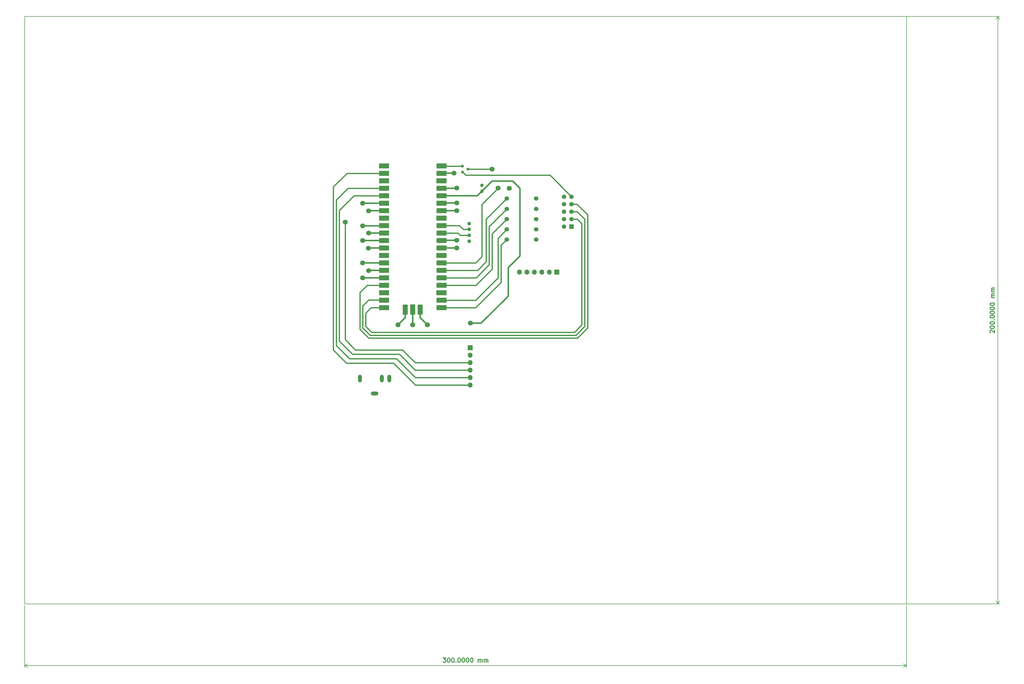
<source format=gbr>
%TF.GenerationSoftware,KiCad,Pcbnew,8.0.2*%
%TF.CreationDate,2024-05-27T09:17:52-04:00*%
%TF.ProjectId,GlassBreaker_KiCAD,476c6173-7342-4726-9561-6b65725f4b69,rev?*%
%TF.SameCoordinates,Original*%
%TF.FileFunction,Copper,L1,Top*%
%TF.FilePolarity,Positive*%
%FSLAX46Y46*%
G04 Gerber Fmt 4.6, Leading zero omitted, Abs format (unit mm)*
G04 Created by KiCad (PCBNEW 8.0.2) date 2024-05-27 09:17:52*
%MOMM*%
%LPD*%
G01*
G04 APERTURE LIST*
%TA.AperFunction,NonConductor*%
%ADD10C,0.200000*%
%TD*%
%ADD11C,0.300000*%
%TA.AperFunction,NonConductor*%
%ADD12C,0.300000*%
%TD*%
%TA.AperFunction,ComponentPad*%
%ADD13C,1.700000*%
%TD*%
%TA.AperFunction,ComponentPad*%
%ADD14R,1.700000X1.700000*%
%TD*%
%TA.AperFunction,ComponentPad*%
%ADD15O,1.700000X1.700000*%
%TD*%
%TA.AperFunction,ComponentPad*%
%ADD16C,1.524000*%
%TD*%
%TA.AperFunction,ComponentPad*%
%ADD17C,1.200000*%
%TD*%
%TA.AperFunction,ComponentPad*%
%ADD18R,1.490000X1.490000*%
%TD*%
%TA.AperFunction,ComponentPad*%
%ADD19C,1.490000*%
%TD*%
%TA.AperFunction,ComponentPad*%
%ADD20O,2.616000X1.308000*%
%TD*%
%TA.AperFunction,ComponentPad*%
%ADD21O,1.308000X2.616000*%
%TD*%
%TA.AperFunction,SMDPad,CuDef*%
%ADD22R,0.889000X0.812800*%
%TD*%
%TA.AperFunction,SMDPad,CuDef*%
%ADD23R,3.500000X1.700000*%
%TD*%
%TA.AperFunction,SMDPad,CuDef*%
%ADD24R,1.700000X3.500000*%
%TD*%
%TA.AperFunction,ComponentPad*%
%ADD25C,1.270000*%
%TD*%
%TA.AperFunction,Conductor*%
%ADD26C,0.400000*%
%TD*%
%TA.AperFunction,Conductor*%
%ADD27C,0.500000*%
%TD*%
G04 APERTURE END LIST*
D10*
X200000000Y-100000000D02*
X500000000Y-100000000D01*
X500000000Y-300000000D01*
X200000000Y-300000000D01*
X200000000Y-100000000D01*
D11*
D12*
X342285715Y-318378328D02*
X343214287Y-318378328D01*
X343214287Y-318378328D02*
X342714287Y-318949757D01*
X342714287Y-318949757D02*
X342928572Y-318949757D01*
X342928572Y-318949757D02*
X343071430Y-319021185D01*
X343071430Y-319021185D02*
X343142858Y-319092614D01*
X343142858Y-319092614D02*
X343214287Y-319235471D01*
X343214287Y-319235471D02*
X343214287Y-319592614D01*
X343214287Y-319592614D02*
X343142858Y-319735471D01*
X343142858Y-319735471D02*
X343071430Y-319806900D01*
X343071430Y-319806900D02*
X342928572Y-319878328D01*
X342928572Y-319878328D02*
X342500001Y-319878328D01*
X342500001Y-319878328D02*
X342357144Y-319806900D01*
X342357144Y-319806900D02*
X342285715Y-319735471D01*
X344142858Y-318378328D02*
X344285715Y-318378328D01*
X344285715Y-318378328D02*
X344428572Y-318449757D01*
X344428572Y-318449757D02*
X344500001Y-318521185D01*
X344500001Y-318521185D02*
X344571429Y-318664042D01*
X344571429Y-318664042D02*
X344642858Y-318949757D01*
X344642858Y-318949757D02*
X344642858Y-319306900D01*
X344642858Y-319306900D02*
X344571429Y-319592614D01*
X344571429Y-319592614D02*
X344500001Y-319735471D01*
X344500001Y-319735471D02*
X344428572Y-319806900D01*
X344428572Y-319806900D02*
X344285715Y-319878328D01*
X344285715Y-319878328D02*
X344142858Y-319878328D01*
X344142858Y-319878328D02*
X344000001Y-319806900D01*
X344000001Y-319806900D02*
X343928572Y-319735471D01*
X343928572Y-319735471D02*
X343857143Y-319592614D01*
X343857143Y-319592614D02*
X343785715Y-319306900D01*
X343785715Y-319306900D02*
X343785715Y-318949757D01*
X343785715Y-318949757D02*
X343857143Y-318664042D01*
X343857143Y-318664042D02*
X343928572Y-318521185D01*
X343928572Y-318521185D02*
X344000001Y-318449757D01*
X344000001Y-318449757D02*
X344142858Y-318378328D01*
X345571429Y-318378328D02*
X345714286Y-318378328D01*
X345714286Y-318378328D02*
X345857143Y-318449757D01*
X345857143Y-318449757D02*
X345928572Y-318521185D01*
X345928572Y-318521185D02*
X346000000Y-318664042D01*
X346000000Y-318664042D02*
X346071429Y-318949757D01*
X346071429Y-318949757D02*
X346071429Y-319306900D01*
X346071429Y-319306900D02*
X346000000Y-319592614D01*
X346000000Y-319592614D02*
X345928572Y-319735471D01*
X345928572Y-319735471D02*
X345857143Y-319806900D01*
X345857143Y-319806900D02*
X345714286Y-319878328D01*
X345714286Y-319878328D02*
X345571429Y-319878328D01*
X345571429Y-319878328D02*
X345428572Y-319806900D01*
X345428572Y-319806900D02*
X345357143Y-319735471D01*
X345357143Y-319735471D02*
X345285714Y-319592614D01*
X345285714Y-319592614D02*
X345214286Y-319306900D01*
X345214286Y-319306900D02*
X345214286Y-318949757D01*
X345214286Y-318949757D02*
X345285714Y-318664042D01*
X345285714Y-318664042D02*
X345357143Y-318521185D01*
X345357143Y-318521185D02*
X345428572Y-318449757D01*
X345428572Y-318449757D02*
X345571429Y-318378328D01*
X346714285Y-319735471D02*
X346785714Y-319806900D01*
X346785714Y-319806900D02*
X346714285Y-319878328D01*
X346714285Y-319878328D02*
X346642857Y-319806900D01*
X346642857Y-319806900D02*
X346714285Y-319735471D01*
X346714285Y-319735471D02*
X346714285Y-319878328D01*
X347714286Y-318378328D02*
X347857143Y-318378328D01*
X347857143Y-318378328D02*
X348000000Y-318449757D01*
X348000000Y-318449757D02*
X348071429Y-318521185D01*
X348071429Y-318521185D02*
X348142857Y-318664042D01*
X348142857Y-318664042D02*
X348214286Y-318949757D01*
X348214286Y-318949757D02*
X348214286Y-319306900D01*
X348214286Y-319306900D02*
X348142857Y-319592614D01*
X348142857Y-319592614D02*
X348071429Y-319735471D01*
X348071429Y-319735471D02*
X348000000Y-319806900D01*
X348000000Y-319806900D02*
X347857143Y-319878328D01*
X347857143Y-319878328D02*
X347714286Y-319878328D01*
X347714286Y-319878328D02*
X347571429Y-319806900D01*
X347571429Y-319806900D02*
X347500000Y-319735471D01*
X347500000Y-319735471D02*
X347428571Y-319592614D01*
X347428571Y-319592614D02*
X347357143Y-319306900D01*
X347357143Y-319306900D02*
X347357143Y-318949757D01*
X347357143Y-318949757D02*
X347428571Y-318664042D01*
X347428571Y-318664042D02*
X347500000Y-318521185D01*
X347500000Y-318521185D02*
X347571429Y-318449757D01*
X347571429Y-318449757D02*
X347714286Y-318378328D01*
X349142857Y-318378328D02*
X349285714Y-318378328D01*
X349285714Y-318378328D02*
X349428571Y-318449757D01*
X349428571Y-318449757D02*
X349500000Y-318521185D01*
X349500000Y-318521185D02*
X349571428Y-318664042D01*
X349571428Y-318664042D02*
X349642857Y-318949757D01*
X349642857Y-318949757D02*
X349642857Y-319306900D01*
X349642857Y-319306900D02*
X349571428Y-319592614D01*
X349571428Y-319592614D02*
X349500000Y-319735471D01*
X349500000Y-319735471D02*
X349428571Y-319806900D01*
X349428571Y-319806900D02*
X349285714Y-319878328D01*
X349285714Y-319878328D02*
X349142857Y-319878328D01*
X349142857Y-319878328D02*
X349000000Y-319806900D01*
X349000000Y-319806900D02*
X348928571Y-319735471D01*
X348928571Y-319735471D02*
X348857142Y-319592614D01*
X348857142Y-319592614D02*
X348785714Y-319306900D01*
X348785714Y-319306900D02*
X348785714Y-318949757D01*
X348785714Y-318949757D02*
X348857142Y-318664042D01*
X348857142Y-318664042D02*
X348928571Y-318521185D01*
X348928571Y-318521185D02*
X349000000Y-318449757D01*
X349000000Y-318449757D02*
X349142857Y-318378328D01*
X350571428Y-318378328D02*
X350714285Y-318378328D01*
X350714285Y-318378328D02*
X350857142Y-318449757D01*
X350857142Y-318449757D02*
X350928571Y-318521185D01*
X350928571Y-318521185D02*
X350999999Y-318664042D01*
X350999999Y-318664042D02*
X351071428Y-318949757D01*
X351071428Y-318949757D02*
X351071428Y-319306900D01*
X351071428Y-319306900D02*
X350999999Y-319592614D01*
X350999999Y-319592614D02*
X350928571Y-319735471D01*
X350928571Y-319735471D02*
X350857142Y-319806900D01*
X350857142Y-319806900D02*
X350714285Y-319878328D01*
X350714285Y-319878328D02*
X350571428Y-319878328D01*
X350571428Y-319878328D02*
X350428571Y-319806900D01*
X350428571Y-319806900D02*
X350357142Y-319735471D01*
X350357142Y-319735471D02*
X350285713Y-319592614D01*
X350285713Y-319592614D02*
X350214285Y-319306900D01*
X350214285Y-319306900D02*
X350214285Y-318949757D01*
X350214285Y-318949757D02*
X350285713Y-318664042D01*
X350285713Y-318664042D02*
X350357142Y-318521185D01*
X350357142Y-318521185D02*
X350428571Y-318449757D01*
X350428571Y-318449757D02*
X350571428Y-318378328D01*
X351999999Y-318378328D02*
X352142856Y-318378328D01*
X352142856Y-318378328D02*
X352285713Y-318449757D01*
X352285713Y-318449757D02*
X352357142Y-318521185D01*
X352357142Y-318521185D02*
X352428570Y-318664042D01*
X352428570Y-318664042D02*
X352499999Y-318949757D01*
X352499999Y-318949757D02*
X352499999Y-319306900D01*
X352499999Y-319306900D02*
X352428570Y-319592614D01*
X352428570Y-319592614D02*
X352357142Y-319735471D01*
X352357142Y-319735471D02*
X352285713Y-319806900D01*
X352285713Y-319806900D02*
X352142856Y-319878328D01*
X352142856Y-319878328D02*
X351999999Y-319878328D01*
X351999999Y-319878328D02*
X351857142Y-319806900D01*
X351857142Y-319806900D02*
X351785713Y-319735471D01*
X351785713Y-319735471D02*
X351714284Y-319592614D01*
X351714284Y-319592614D02*
X351642856Y-319306900D01*
X351642856Y-319306900D02*
X351642856Y-318949757D01*
X351642856Y-318949757D02*
X351714284Y-318664042D01*
X351714284Y-318664042D02*
X351785713Y-318521185D01*
X351785713Y-318521185D02*
X351857142Y-318449757D01*
X351857142Y-318449757D02*
X351999999Y-318378328D01*
X354285712Y-319878328D02*
X354285712Y-318878328D01*
X354285712Y-319021185D02*
X354357141Y-318949757D01*
X354357141Y-318949757D02*
X354499998Y-318878328D01*
X354499998Y-318878328D02*
X354714284Y-318878328D01*
X354714284Y-318878328D02*
X354857141Y-318949757D01*
X354857141Y-318949757D02*
X354928570Y-319092614D01*
X354928570Y-319092614D02*
X354928570Y-319878328D01*
X354928570Y-319092614D02*
X354999998Y-318949757D01*
X354999998Y-318949757D02*
X355142855Y-318878328D01*
X355142855Y-318878328D02*
X355357141Y-318878328D01*
X355357141Y-318878328D02*
X355499998Y-318949757D01*
X355499998Y-318949757D02*
X355571427Y-319092614D01*
X355571427Y-319092614D02*
X355571427Y-319878328D01*
X356285712Y-319878328D02*
X356285712Y-318878328D01*
X356285712Y-319021185D02*
X356357141Y-318949757D01*
X356357141Y-318949757D02*
X356499998Y-318878328D01*
X356499998Y-318878328D02*
X356714284Y-318878328D01*
X356714284Y-318878328D02*
X356857141Y-318949757D01*
X356857141Y-318949757D02*
X356928570Y-319092614D01*
X356928570Y-319092614D02*
X356928570Y-319878328D01*
X356928570Y-319092614D02*
X356999998Y-318949757D01*
X356999998Y-318949757D02*
X357142855Y-318878328D01*
X357142855Y-318878328D02*
X357357141Y-318878328D01*
X357357141Y-318878328D02*
X357499998Y-318949757D01*
X357499998Y-318949757D02*
X357571427Y-319092614D01*
X357571427Y-319092614D02*
X357571427Y-319878328D01*
D10*
X500000000Y-300500000D02*
X500000000Y-321586420D01*
X200000000Y-300500000D02*
X200000000Y-321586420D01*
X500000000Y-321000000D02*
X200000000Y-321000000D01*
X500000000Y-321000000D02*
X200000000Y-321000000D01*
X500000000Y-321000000D02*
X498873496Y-321586421D01*
X500000000Y-321000000D02*
X498873496Y-320413579D01*
X200000000Y-321000000D02*
X201126504Y-320413579D01*
X200000000Y-321000000D02*
X201126504Y-321586421D01*
D11*
D12*
X528521185Y-207642855D02*
X528449757Y-207571427D01*
X528449757Y-207571427D02*
X528378328Y-207428570D01*
X528378328Y-207428570D02*
X528378328Y-207071427D01*
X528378328Y-207071427D02*
X528449757Y-206928570D01*
X528449757Y-206928570D02*
X528521185Y-206857141D01*
X528521185Y-206857141D02*
X528664042Y-206785712D01*
X528664042Y-206785712D02*
X528806900Y-206785712D01*
X528806900Y-206785712D02*
X529021185Y-206857141D01*
X529021185Y-206857141D02*
X529878328Y-207714284D01*
X529878328Y-207714284D02*
X529878328Y-206785712D01*
X528378328Y-205857141D02*
X528378328Y-205714284D01*
X528378328Y-205714284D02*
X528449757Y-205571427D01*
X528449757Y-205571427D02*
X528521185Y-205499999D01*
X528521185Y-205499999D02*
X528664042Y-205428570D01*
X528664042Y-205428570D02*
X528949757Y-205357141D01*
X528949757Y-205357141D02*
X529306900Y-205357141D01*
X529306900Y-205357141D02*
X529592614Y-205428570D01*
X529592614Y-205428570D02*
X529735471Y-205499999D01*
X529735471Y-205499999D02*
X529806900Y-205571427D01*
X529806900Y-205571427D02*
X529878328Y-205714284D01*
X529878328Y-205714284D02*
X529878328Y-205857141D01*
X529878328Y-205857141D02*
X529806900Y-205999999D01*
X529806900Y-205999999D02*
X529735471Y-206071427D01*
X529735471Y-206071427D02*
X529592614Y-206142856D01*
X529592614Y-206142856D02*
X529306900Y-206214284D01*
X529306900Y-206214284D02*
X528949757Y-206214284D01*
X528949757Y-206214284D02*
X528664042Y-206142856D01*
X528664042Y-206142856D02*
X528521185Y-206071427D01*
X528521185Y-206071427D02*
X528449757Y-205999999D01*
X528449757Y-205999999D02*
X528378328Y-205857141D01*
X528378328Y-204428570D02*
X528378328Y-204285713D01*
X528378328Y-204285713D02*
X528449757Y-204142856D01*
X528449757Y-204142856D02*
X528521185Y-204071428D01*
X528521185Y-204071428D02*
X528664042Y-203999999D01*
X528664042Y-203999999D02*
X528949757Y-203928570D01*
X528949757Y-203928570D02*
X529306900Y-203928570D01*
X529306900Y-203928570D02*
X529592614Y-203999999D01*
X529592614Y-203999999D02*
X529735471Y-204071428D01*
X529735471Y-204071428D02*
X529806900Y-204142856D01*
X529806900Y-204142856D02*
X529878328Y-204285713D01*
X529878328Y-204285713D02*
X529878328Y-204428570D01*
X529878328Y-204428570D02*
X529806900Y-204571428D01*
X529806900Y-204571428D02*
X529735471Y-204642856D01*
X529735471Y-204642856D02*
X529592614Y-204714285D01*
X529592614Y-204714285D02*
X529306900Y-204785713D01*
X529306900Y-204785713D02*
X528949757Y-204785713D01*
X528949757Y-204785713D02*
X528664042Y-204714285D01*
X528664042Y-204714285D02*
X528521185Y-204642856D01*
X528521185Y-204642856D02*
X528449757Y-204571428D01*
X528449757Y-204571428D02*
X528378328Y-204428570D01*
X529735471Y-203285714D02*
X529806900Y-203214285D01*
X529806900Y-203214285D02*
X529878328Y-203285714D01*
X529878328Y-203285714D02*
X529806900Y-203357142D01*
X529806900Y-203357142D02*
X529735471Y-203285714D01*
X529735471Y-203285714D02*
X529878328Y-203285714D01*
X528378328Y-202285713D02*
X528378328Y-202142856D01*
X528378328Y-202142856D02*
X528449757Y-201999999D01*
X528449757Y-201999999D02*
X528521185Y-201928571D01*
X528521185Y-201928571D02*
X528664042Y-201857142D01*
X528664042Y-201857142D02*
X528949757Y-201785713D01*
X528949757Y-201785713D02*
X529306900Y-201785713D01*
X529306900Y-201785713D02*
X529592614Y-201857142D01*
X529592614Y-201857142D02*
X529735471Y-201928571D01*
X529735471Y-201928571D02*
X529806900Y-201999999D01*
X529806900Y-201999999D02*
X529878328Y-202142856D01*
X529878328Y-202142856D02*
X529878328Y-202285713D01*
X529878328Y-202285713D02*
X529806900Y-202428571D01*
X529806900Y-202428571D02*
X529735471Y-202499999D01*
X529735471Y-202499999D02*
X529592614Y-202571428D01*
X529592614Y-202571428D02*
X529306900Y-202642856D01*
X529306900Y-202642856D02*
X528949757Y-202642856D01*
X528949757Y-202642856D02*
X528664042Y-202571428D01*
X528664042Y-202571428D02*
X528521185Y-202499999D01*
X528521185Y-202499999D02*
X528449757Y-202428571D01*
X528449757Y-202428571D02*
X528378328Y-202285713D01*
X528378328Y-200857142D02*
X528378328Y-200714285D01*
X528378328Y-200714285D02*
X528449757Y-200571428D01*
X528449757Y-200571428D02*
X528521185Y-200500000D01*
X528521185Y-200500000D02*
X528664042Y-200428571D01*
X528664042Y-200428571D02*
X528949757Y-200357142D01*
X528949757Y-200357142D02*
X529306900Y-200357142D01*
X529306900Y-200357142D02*
X529592614Y-200428571D01*
X529592614Y-200428571D02*
X529735471Y-200500000D01*
X529735471Y-200500000D02*
X529806900Y-200571428D01*
X529806900Y-200571428D02*
X529878328Y-200714285D01*
X529878328Y-200714285D02*
X529878328Y-200857142D01*
X529878328Y-200857142D02*
X529806900Y-201000000D01*
X529806900Y-201000000D02*
X529735471Y-201071428D01*
X529735471Y-201071428D02*
X529592614Y-201142857D01*
X529592614Y-201142857D02*
X529306900Y-201214285D01*
X529306900Y-201214285D02*
X528949757Y-201214285D01*
X528949757Y-201214285D02*
X528664042Y-201142857D01*
X528664042Y-201142857D02*
X528521185Y-201071428D01*
X528521185Y-201071428D02*
X528449757Y-201000000D01*
X528449757Y-201000000D02*
X528378328Y-200857142D01*
X528378328Y-199428571D02*
X528378328Y-199285714D01*
X528378328Y-199285714D02*
X528449757Y-199142857D01*
X528449757Y-199142857D02*
X528521185Y-199071429D01*
X528521185Y-199071429D02*
X528664042Y-199000000D01*
X528664042Y-199000000D02*
X528949757Y-198928571D01*
X528949757Y-198928571D02*
X529306900Y-198928571D01*
X529306900Y-198928571D02*
X529592614Y-199000000D01*
X529592614Y-199000000D02*
X529735471Y-199071429D01*
X529735471Y-199071429D02*
X529806900Y-199142857D01*
X529806900Y-199142857D02*
X529878328Y-199285714D01*
X529878328Y-199285714D02*
X529878328Y-199428571D01*
X529878328Y-199428571D02*
X529806900Y-199571429D01*
X529806900Y-199571429D02*
X529735471Y-199642857D01*
X529735471Y-199642857D02*
X529592614Y-199714286D01*
X529592614Y-199714286D02*
X529306900Y-199785714D01*
X529306900Y-199785714D02*
X528949757Y-199785714D01*
X528949757Y-199785714D02*
X528664042Y-199714286D01*
X528664042Y-199714286D02*
X528521185Y-199642857D01*
X528521185Y-199642857D02*
X528449757Y-199571429D01*
X528449757Y-199571429D02*
X528378328Y-199428571D01*
X528378328Y-198000000D02*
X528378328Y-197857143D01*
X528378328Y-197857143D02*
X528449757Y-197714286D01*
X528449757Y-197714286D02*
X528521185Y-197642858D01*
X528521185Y-197642858D02*
X528664042Y-197571429D01*
X528664042Y-197571429D02*
X528949757Y-197500000D01*
X528949757Y-197500000D02*
X529306900Y-197500000D01*
X529306900Y-197500000D02*
X529592614Y-197571429D01*
X529592614Y-197571429D02*
X529735471Y-197642858D01*
X529735471Y-197642858D02*
X529806900Y-197714286D01*
X529806900Y-197714286D02*
X529878328Y-197857143D01*
X529878328Y-197857143D02*
X529878328Y-198000000D01*
X529878328Y-198000000D02*
X529806900Y-198142858D01*
X529806900Y-198142858D02*
X529735471Y-198214286D01*
X529735471Y-198214286D02*
X529592614Y-198285715D01*
X529592614Y-198285715D02*
X529306900Y-198357143D01*
X529306900Y-198357143D02*
X528949757Y-198357143D01*
X528949757Y-198357143D02*
X528664042Y-198285715D01*
X528664042Y-198285715D02*
X528521185Y-198214286D01*
X528521185Y-198214286D02*
X528449757Y-198142858D01*
X528449757Y-198142858D02*
X528378328Y-198000000D01*
X529878328Y-195714287D02*
X528878328Y-195714287D01*
X529021185Y-195714287D02*
X528949757Y-195642858D01*
X528949757Y-195642858D02*
X528878328Y-195500001D01*
X528878328Y-195500001D02*
X528878328Y-195285715D01*
X528878328Y-195285715D02*
X528949757Y-195142858D01*
X528949757Y-195142858D02*
X529092614Y-195071430D01*
X529092614Y-195071430D02*
X529878328Y-195071430D01*
X529092614Y-195071430D02*
X528949757Y-195000001D01*
X528949757Y-195000001D02*
X528878328Y-194857144D01*
X528878328Y-194857144D02*
X528878328Y-194642858D01*
X528878328Y-194642858D02*
X528949757Y-194500001D01*
X528949757Y-194500001D02*
X529092614Y-194428572D01*
X529092614Y-194428572D02*
X529878328Y-194428572D01*
X529878328Y-193714287D02*
X528878328Y-193714287D01*
X529021185Y-193714287D02*
X528949757Y-193642858D01*
X528949757Y-193642858D02*
X528878328Y-193500001D01*
X528878328Y-193500001D02*
X528878328Y-193285715D01*
X528878328Y-193285715D02*
X528949757Y-193142858D01*
X528949757Y-193142858D02*
X529092614Y-193071430D01*
X529092614Y-193071430D02*
X529878328Y-193071430D01*
X529092614Y-193071430D02*
X528949757Y-193000001D01*
X528949757Y-193000001D02*
X528878328Y-192857144D01*
X528878328Y-192857144D02*
X528878328Y-192642858D01*
X528878328Y-192642858D02*
X528949757Y-192500001D01*
X528949757Y-192500001D02*
X529092614Y-192428572D01*
X529092614Y-192428572D02*
X529878328Y-192428572D01*
D10*
X499500000Y-100000000D02*
X531586420Y-100000000D01*
X499500000Y-300000000D02*
X531586420Y-300000000D01*
X531000000Y-100000000D02*
X531000000Y-300000000D01*
X531000000Y-100000000D02*
X531000000Y-300000000D01*
X531000000Y-100000000D02*
X531586421Y-101126504D01*
X531000000Y-100000000D02*
X530413579Y-101126504D01*
X531000000Y-300000000D02*
X530413579Y-298873496D01*
X531000000Y-300000000D02*
X531586421Y-298873496D01*
D13*
%TO.P,,1*%
%TO.N,VCC*%
X364800000Y-158500000D03*
%TD*%
%TO.P,,1*%
%TO.N,VCC*%
X361000000Y-158400000D03*
%TD*%
%TO.P,,1*%
%TO.N,N/C*%
X315000000Y-163600000D03*
%TD*%
D14*
%TO.P,REF\u002A\u002A,1*%
%TO.N,GND*%
X351500000Y-212750000D03*
D15*
%TO.P,REF\u002A\u002A,2*%
%TO.N,VCC*%
X351500000Y-215290000D03*
%TO.P,REF\u002A\u002A,3*%
%TO.N,N/C*%
X351500000Y-217830000D03*
%TO.P,REF\u002A\u002A,4*%
X351500000Y-220370000D03*
%TO.P,REF\u002A\u002A,5*%
X351500000Y-222910000D03*
%TO.P,REF\u002A\u002A,6*%
X351500000Y-225450000D03*
%TD*%
D16*
%TO.P,REF\u002A\u002A,1*%
%TO.N,N/C*%
X374000000Y-162000000D03*
%TO.P,REF\u002A\u002A,2*%
X364000000Y-162000000D03*
%TD*%
D13*
%TO.P,,1*%
%TO.N,N/C*%
X315000000Y-183900000D03*
%TD*%
%TO.P,,1*%
%TO.N,N/C*%
X316900000Y-178900000D03*
%TD*%
%TO.P,REF\u002A\u002A,1*%
%TO.N,N/C*%
X347000000Y-178800000D03*
%TD*%
%TO.P,,1*%
%TO.N,N/C*%
X315000000Y-171300000D03*
%TD*%
%TO.P,,1*%
%TO.N,N/C*%
X337000000Y-205000000D03*
%TD*%
%TO.P,,1*%
%TO.N,N/C*%
X309000000Y-170000000D03*
%TD*%
%TO.P,,1*%
%TO.N,N/C*%
X315000000Y-189000000D03*
%TD*%
%TO.P,,1*%
%TO.N,N/C*%
X347000000Y-166100000D03*
%TD*%
%TO.P,,1*%
%TO.N,N/C*%
X317000000Y-166200000D03*
%TD*%
D14*
%TO.P,REF\u002A\u002A,1*%
%TO.N,GND*%
X381000000Y-187000000D03*
D15*
%TO.P,REF\u002A\u002A,2*%
%TO.N,VCC*%
X378460000Y-187000000D03*
%TO.P,REF\u002A\u002A,3*%
%TO.N,N/C*%
X375920000Y-187000000D03*
%TO.P,REF\u002A\u002A,4*%
X373380000Y-187000000D03*
%TO.P,REF\u002A\u002A,5*%
X370840000Y-187000000D03*
%TO.P,REF\u002A\u002A,6*%
X368300000Y-187000000D03*
%TD*%
D13*
%TO.P,,1*%
%TO.N,N/C*%
X327000000Y-205000000D03*
%TD*%
D17*
%TO.P,REF\u002A\u002A,1*%
%TO.N,VCC*%
X355500000Y-159500000D03*
%TO.P,REF\u002A\u002A,2*%
%TO.N,GND*%
X355500000Y-157500000D03*
%TD*%
D13*
%TO.P,,1*%
%TO.N,N/C*%
X359000000Y-152000000D03*
%TD*%
%TO.P,,1*%
%TO.N,N/C*%
X332000000Y-205000000D03*
%TD*%
%TO.P,,1*%
%TO.N,VCC*%
X351600000Y-204400000D03*
%TD*%
D16*
%TO.P,REF\u002A\u002A,1*%
%TO.N,N/C*%
X374000000Y-172500000D03*
%TO.P,REF\u002A\u002A,2*%
X364000000Y-172500000D03*
%TD*%
D13*
%TO.P,,1*%
%TO.N,N/C*%
X317000000Y-173700000D03*
%TD*%
D18*
%TO.P,REF\u002A\u002A,1*%
%TO.N,GND*%
X386040000Y-171500000D03*
D19*
%TO.P,REF\u002A\u002A,2*%
%TO.N,N/C*%
X383500000Y-171500000D03*
%TO.P,REF\u002A\u002A,3*%
X386040000Y-168960000D03*
%TO.P,REF\u002A\u002A,4*%
X383500000Y-168960000D03*
%TO.P,REF\u002A\u002A,5*%
X386040000Y-166420000D03*
%TO.P,REF\u002A\u002A,6*%
X383500000Y-166420000D03*
%TO.P,REF\u002A\u002A,7*%
X386040000Y-163880000D03*
%TO.P,REF\u002A\u002A,8*%
X383500000Y-163880000D03*
%TO.P,REF\u002A\u002A,9*%
X386040000Y-161340000D03*
%TO.P,REF\u002A\u002A,10*%
X383500000Y-161340000D03*
%TD*%
D13*
%TO.P,,1*%
%TO.N,N/C*%
X346000000Y-153300000D03*
%TD*%
%TO.P,,1*%
%TO.N,N/C*%
X315000000Y-176300000D03*
%TD*%
%TO.P,,1*%
%TO.N,N/C*%
X347000000Y-176200000D03*
%TD*%
D20*
%TO.P,REF\u002A\u002A,1*%
%TO.N,GND*%
X319000000Y-228300000D03*
D21*
%TO.P,REF\u002A\u002A,2*%
%TO.N,VCC*%
X324000000Y-223300000D03*
%TO.P,REF\u002A\u002A,3*%
X314000000Y-223300000D03*
%TO.P,REF\u002A\u002A,4*%
%TO.N,N/C*%
X321500000Y-223300000D03*
%TD*%
D13*
%TO.P,,1*%
%TO.N,N/C*%
X347000000Y-158400000D03*
%TD*%
D16*
%TO.P,REF\u002A\u002A,1*%
%TO.N,N/C*%
X374000000Y-165500000D03*
%TO.P,REF\u002A\u002A,2*%
X364000000Y-165500000D03*
%TD*%
%TO.P,REF\u002A\u002A,1*%
%TO.N,N/C*%
X374000000Y-169000000D03*
%TO.P,REF\u002A\u002A,2*%
X364000000Y-169000000D03*
%TD*%
D22*
%TO.P,REF\u002A\u002A,1*%
%TO.N,N/C*%
X348885001Y-150975001D03*
%TO.P,REF\u002A\u002A,2*%
X348885001Y-153024999D03*
%TO.P,REF\u002A\u002A,3*%
X350775000Y-152000000D03*
%TD*%
D16*
%TO.P,REF\u002A\u002A,1*%
%TO.N,N/C*%
X374000000Y-175900000D03*
%TO.P,REF\u002A\u002A,2*%
X364000000Y-175900000D03*
%TD*%
D13*
%TO.P,,1*%
%TO.N,N/C*%
X347000000Y-163500000D03*
%TD*%
%TO.P,,1*%
%TO.N,N/C*%
X317000000Y-186500000D03*
%TD*%
D15*
%TO.P,REF\u002A\u002A,1*%
%TO.N,N/C*%
X323110000Y-150870000D03*
D23*
X322210000Y-150870000D03*
D15*
%TO.P,REF\u002A\u002A,2*%
X323110000Y-153410000D03*
D23*
X322210000Y-153410000D03*
D14*
%TO.P,REF\u002A\u002A,3*%
%TO.N,GND*%
X323110000Y-155950000D03*
D23*
X322210000Y-155950000D03*
D15*
%TO.P,REF\u002A\u002A,4*%
%TO.N,N/C*%
X323110000Y-158490000D03*
D23*
X322210000Y-158490000D03*
D15*
%TO.P,REF\u002A\u002A,5*%
X323110000Y-161030000D03*
D23*
X322210000Y-161030000D03*
D15*
%TO.P,REF\u002A\u002A,6*%
X323110000Y-163570000D03*
D23*
X322210000Y-163570000D03*
D15*
%TO.P,REF\u002A\u002A,7*%
X323110000Y-166110000D03*
D23*
X322210000Y-166110000D03*
D14*
%TO.P,REF\u002A\u002A,8*%
%TO.N,GND*%
X323110000Y-168650000D03*
D23*
%TO.N,N/C*%
X322210000Y-168650000D03*
D15*
%TO.P,REF\u002A\u002A,9*%
X323110000Y-171190000D03*
D23*
X322210000Y-171190000D03*
D15*
%TO.P,REF\u002A\u002A,10*%
X323110000Y-173730000D03*
D23*
X322210000Y-173730000D03*
D15*
%TO.P,REF\u002A\u002A,11*%
X323110000Y-176270000D03*
D23*
X322210000Y-176270000D03*
D15*
%TO.P,REF\u002A\u002A,12*%
X323110000Y-178810000D03*
D23*
X322210000Y-178810000D03*
D14*
%TO.P,REF\u002A\u002A,13*%
%TO.N,GND*%
X323110000Y-181350000D03*
D23*
%TO.N,N/C*%
X322210000Y-181350000D03*
D15*
%TO.P,REF\u002A\u002A,14*%
X323110000Y-183890000D03*
D23*
X322210000Y-183890000D03*
D15*
%TO.P,REF\u002A\u002A,15*%
X323110000Y-186430000D03*
D23*
X322210000Y-186430000D03*
D15*
%TO.P,REF\u002A\u002A,16*%
X323110000Y-188970000D03*
D23*
X322210000Y-188970000D03*
D15*
%TO.P,REF\u002A\u002A,17*%
X323110000Y-191510000D03*
D23*
X322210000Y-191510000D03*
D14*
%TO.P,REF\u002A\u002A,18*%
%TO.N,GND*%
X323110000Y-194050000D03*
D23*
%TO.N,N/C*%
X322210000Y-194050000D03*
D15*
%TO.P,REF\u002A\u002A,19*%
X323110000Y-196590000D03*
D23*
X322210000Y-196590000D03*
D15*
%TO.P,REF\u002A\u002A,20*%
X323110000Y-199130000D03*
D23*
X322210000Y-199130000D03*
D15*
%TO.P,REF\u002A\u002A,21*%
X340890000Y-199130000D03*
D23*
X341790000Y-199130000D03*
D15*
%TO.P,REF\u002A\u002A,22*%
X340890000Y-196590000D03*
D23*
X341790000Y-196590000D03*
D14*
%TO.P,REF\u002A\u002A,23*%
%TO.N,GND*%
X340890000Y-194050000D03*
D23*
X341790000Y-194050000D03*
D15*
%TO.P,REF\u002A\u002A,24*%
%TO.N,N/C*%
X340890000Y-191510000D03*
D23*
X341790000Y-191510000D03*
D15*
%TO.P,REF\u002A\u002A,25*%
X340890000Y-188970000D03*
D23*
X341790000Y-188970000D03*
D15*
%TO.P,REF\u002A\u002A,26*%
X340890000Y-186430000D03*
D23*
X341790000Y-186430000D03*
D15*
%TO.P,REF\u002A\u002A,27*%
X340890000Y-183890000D03*
D23*
X341790000Y-183890000D03*
D14*
%TO.P,REF\u002A\u002A,28*%
%TO.N,GND*%
X340890000Y-181350000D03*
D23*
X341790000Y-181350000D03*
D15*
%TO.P,REF\u002A\u002A,29*%
%TO.N,N/C*%
X340890000Y-178810000D03*
D23*
X341790000Y-178810000D03*
D15*
%TO.P,REF\u002A\u002A,30*%
X340890000Y-176270000D03*
D23*
X341790000Y-176270000D03*
D15*
%TO.P,REF\u002A\u002A,31*%
X340890000Y-173730000D03*
D23*
X341790000Y-173730000D03*
D15*
%TO.P,REF\u002A\u002A,32*%
X340890000Y-171190000D03*
D23*
X341790000Y-171190000D03*
D14*
%TO.P,REF\u002A\u002A,33*%
%TO.N,GND*%
X340890000Y-168650000D03*
D23*
X341790000Y-168650000D03*
D15*
%TO.P,REF\u002A\u002A,34*%
%TO.N,N/C*%
X340890000Y-166110000D03*
D23*
X341790000Y-166110000D03*
D15*
%TO.P,REF\u002A\u002A,35*%
X340890000Y-163570000D03*
D23*
X341790000Y-163570000D03*
D15*
%TO.P,REF\u002A\u002A,36*%
%TO.N,VCC*%
X340890000Y-161030000D03*
D23*
X341790000Y-161030000D03*
D15*
%TO.P,REF\u002A\u002A,37*%
%TO.N,N/C*%
X340890000Y-158490000D03*
D23*
X341790000Y-158490000D03*
D14*
%TO.P,REF\u002A\u002A,38*%
%TO.N,GND*%
X340890000Y-155950000D03*
D23*
X341790000Y-155950000D03*
D15*
%TO.P,REF\u002A\u002A,39*%
%TO.N,N/C*%
X340890000Y-153410000D03*
D23*
X341790000Y-153410000D03*
D15*
%TO.P,REF\u002A\u002A,40*%
X340890000Y-150870000D03*
D23*
X341790000Y-150870000D03*
D15*
%TO.P,REF\u002A\u002A,41*%
X329460000Y-198900000D03*
D24*
X329460000Y-199800000D03*
D14*
%TO.P,REF\u002A\u002A,42*%
X332000000Y-198900000D03*
D24*
X332000000Y-199800000D03*
D15*
%TO.P,REF\u002A\u002A,43*%
X334540000Y-198900000D03*
D24*
X334540000Y-199800000D03*
%TD*%
D25*
%TO.P,REF\u002A\u002A,1*%
%TO.N,GND*%
X351200000Y-170500000D03*
%TO.P,REF\u002A\u002A,2*%
%TO.N,N/C*%
X351200000Y-172499999D03*
%TO.P,REF\u002A\u002A,3*%
X351200000Y-174500000D03*
%TO.P,REF\u002A\u002A,4*%
%TO.N,GND*%
X351200000Y-176499998D03*
%TD*%
D26*
%TO.N,*%
X340890000Y-199130000D02*
X353370000Y-199130000D01*
X314000000Y-206500000D02*
X314000000Y-194000000D01*
D27*
X319500000Y-163600000D02*
X323080000Y-163600000D01*
D26*
X358000000Y-184500000D02*
X358000000Y-171500000D01*
X347430000Y-173730000D02*
X340890000Y-173730000D01*
D27*
X323110000Y-176270000D02*
X323080000Y-176300000D01*
D26*
X310010000Y-158490000D02*
X323110000Y-158490000D01*
X317870000Y-199130000D02*
X323110000Y-199130000D01*
D27*
X332000000Y-198900000D02*
X332000000Y-205000000D01*
D26*
X311970000Y-161030000D02*
X323110000Y-161030000D01*
D27*
X346950000Y-158450000D02*
X347000000Y-158400000D01*
D26*
X387960000Y-168960000D02*
X389500000Y-170500000D01*
D27*
X323090000Y-188950000D02*
X323110000Y-188970000D01*
D26*
X357000000Y-169000000D02*
X364000000Y-162000000D01*
D27*
X345950000Y-153350000D02*
X346000000Y-153300000D01*
D26*
X327500000Y-215000000D02*
X311500000Y-215000000D01*
%TO.N,VCC*%
X355500000Y-181780000D02*
X353390000Y-183890000D01*
%TO.N,*%
X314000000Y-194000000D02*
X316490000Y-191510000D01*
X340890000Y-196590000D02*
X353410000Y-196590000D01*
X357000000Y-183500000D02*
X357000000Y-169000000D01*
X387000000Y-207500000D02*
X318000000Y-207500000D01*
D27*
X316950000Y-178850000D02*
X316900000Y-178900000D01*
D26*
X362000000Y-190500000D02*
X362000000Y-177900000D01*
D27*
X323110000Y-171190000D02*
X323050000Y-171250000D01*
D26*
X312500000Y-213500000D02*
X328500000Y-213500000D01*
X348195100Y-174495100D02*
X347430000Y-173730000D01*
D27*
X315050000Y-183850000D02*
X323070000Y-183850000D01*
D26*
X388000000Y-209500000D02*
X317000000Y-209500000D01*
X353490000Y-191510000D02*
X359000000Y-186000000D01*
X305000000Y-213500000D02*
X305000000Y-158000000D01*
X317500000Y-208500000D02*
X315000000Y-206000000D01*
X353370000Y-199130000D02*
X362000000Y-190500000D01*
X340890000Y-191510000D02*
X353490000Y-191510000D01*
D27*
X340890000Y-158490000D02*
X340930000Y-158450000D01*
X323080000Y-163600000D02*
X323110000Y-163570000D01*
X340890000Y-163570000D02*
X340960000Y-163500000D01*
D26*
X348885001Y-153024999D02*
X349024999Y-153024999D01*
D27*
X315000000Y-189000000D02*
X315050000Y-188950000D01*
X334540000Y-202540000D02*
X337000000Y-205000000D01*
D26*
X315000000Y-206000000D02*
X315000000Y-198500000D01*
D27*
X315000000Y-184000000D02*
X315000000Y-183900000D01*
D26*
X349024999Y-153024999D02*
X350000000Y-154000000D01*
X309000000Y-210000000D02*
X312500000Y-213500000D01*
X353410000Y-196590000D02*
X361000000Y-189000000D01*
D27*
X323090000Y-186450000D02*
X317050000Y-186450000D01*
X340960000Y-176200000D02*
X346810000Y-176200000D01*
D26*
%TO.N,VCC*%
X355500000Y-164000000D02*
X355500000Y-181780000D01*
%TO.N,*%
X390500000Y-169000000D02*
X390500000Y-205500000D01*
X350775000Y-152000000D02*
X359000000Y-152000000D01*
X310500000Y-216500000D02*
X306000000Y-212000000D01*
X387500000Y-208500000D02*
X317500000Y-208500000D01*
D27*
X340890000Y-153410000D02*
X340950000Y-153350000D01*
X340890000Y-176270000D02*
X340960000Y-176200000D01*
X323080000Y-176300000D02*
X315000000Y-176300000D01*
D26*
X351500000Y-222910000D02*
X332910000Y-222910000D01*
X326500000Y-216500000D02*
X310500000Y-216500000D01*
X309500000Y-218000000D02*
X305000000Y-213500000D01*
X390500000Y-205500000D02*
X387500000Y-208500000D01*
X311500000Y-215000000D02*
X307000000Y-210500000D01*
D27*
X329460000Y-202540000D02*
X329460000Y-198900000D01*
D26*
X307000000Y-166000000D02*
X311970000Y-161030000D01*
X387880000Y-163880000D02*
X391500000Y-167500000D01*
X306000000Y-212000000D02*
X306000000Y-162500000D01*
X332910000Y-222910000D02*
X326500000Y-216500000D01*
D27*
X323110000Y-163570000D02*
X315030000Y-163570000D01*
D26*
X358000000Y-171500000D02*
X364000000Y-165500000D01*
X332830000Y-217830000D02*
X351500000Y-217830000D01*
D27*
X327000000Y-205000000D02*
X329460000Y-202540000D01*
D26*
X306000000Y-162500000D02*
X310010000Y-158490000D01*
X325500000Y-218000000D02*
X309500000Y-218000000D01*
D27*
X315000000Y-183900000D02*
X315050000Y-183850000D01*
D26*
X362000000Y-177900000D02*
X364000000Y-175900000D01*
X389500000Y-205000000D02*
X387000000Y-207500000D01*
D27*
X315030000Y-163570000D02*
X315000000Y-163600000D01*
D26*
X359000000Y-174000000D02*
X364000000Y-169000000D01*
D27*
X340890000Y-166110000D02*
X340930000Y-166150000D01*
D26*
X307000000Y-210500000D02*
X307000000Y-166000000D01*
X317000000Y-196500000D02*
X323020000Y-196500000D01*
X340995001Y-150975001D02*
X348885001Y-150975001D01*
D27*
X323070000Y-178850000D02*
X316950000Y-178850000D01*
X315050000Y-188950000D02*
X323090000Y-188950000D01*
X317050000Y-186450000D02*
X317100000Y-186400000D01*
X315050000Y-171250000D02*
X315000000Y-171200000D01*
X323070000Y-183850000D02*
X323110000Y-183890000D01*
D26*
X349195099Y-172495099D02*
X347890000Y-171190000D01*
X351500000Y-225450000D02*
X332950000Y-225450000D01*
X391500000Y-167500000D02*
X391500000Y-206000000D01*
X350000000Y-154000000D02*
X378700000Y-154000000D01*
D27*
X340930000Y-166150000D02*
X346810000Y-166150000D01*
D26*
X353530000Y-188970000D02*
X358000000Y-184500000D01*
X316000000Y-201000000D02*
X317870000Y-199130000D01*
D27*
X340960000Y-163500000D02*
X346810000Y-163500000D01*
X323110000Y-173730000D02*
X323080000Y-173700000D01*
X323110000Y-186430000D02*
X323090000Y-186450000D01*
D26*
X347890000Y-171190000D02*
X340890000Y-171190000D01*
X351500000Y-220370000D02*
X332870000Y-220370000D01*
X386040000Y-163880000D02*
X387880000Y-163880000D01*
D27*
X323050000Y-171250000D02*
X315050000Y-171250000D01*
D26*
X361000000Y-189000000D02*
X361000000Y-175500000D01*
X318000000Y-207500000D02*
X316000000Y-205500000D01*
X328500000Y-213500000D02*
X332830000Y-217830000D01*
X332870000Y-220370000D02*
X327500000Y-215000000D01*
X351382600Y-172495099D02*
X349195099Y-172495099D01*
X340890000Y-186430000D02*
X354070000Y-186430000D01*
X315000000Y-198500000D02*
X317000000Y-196500000D01*
X387920000Y-166420000D02*
X390500000Y-169000000D01*
X354070000Y-186430000D02*
X357000000Y-183500000D01*
X359000000Y-186000000D02*
X359000000Y-174000000D01*
X378700000Y-154000000D02*
X386040000Y-161340000D01*
X340890000Y-188970000D02*
X353530000Y-188970000D01*
X389500000Y-170500000D02*
X389500000Y-205000000D01*
X386040000Y-166420000D02*
X387920000Y-166420000D01*
X316490000Y-191510000D02*
X323110000Y-191510000D01*
X317000000Y-209500000D02*
X314000000Y-206500000D01*
X361000000Y-175500000D02*
X364000000Y-172500000D01*
%TO.N,VCC*%
X361000000Y-158500000D02*
X355500000Y-164000000D01*
%TO.N,*%
X309590000Y-153410000D02*
X323110000Y-153410000D01*
X309000000Y-170000000D02*
X309000000Y-210000000D01*
D27*
X323110000Y-166110000D02*
X317090000Y-166110000D01*
X340900000Y-178800000D02*
X346810000Y-178800000D01*
D26*
X305000000Y-158000000D02*
X309590000Y-153410000D01*
D27*
X334540000Y-198900000D02*
X334540000Y-202540000D01*
D26*
X323020000Y-196500000D02*
X323110000Y-196590000D01*
D27*
X340930000Y-158450000D02*
X346950000Y-158450000D01*
D26*
X351382600Y-174495100D02*
X348195100Y-174495100D01*
D27*
X323080000Y-173700000D02*
X317000000Y-173700000D01*
X323110000Y-178810000D02*
X323070000Y-178850000D01*
D26*
X391500000Y-206000000D02*
X388000000Y-209500000D01*
%TO.N,VCC*%
X353390000Y-183890000D02*
X340890000Y-183890000D01*
D27*
%TO.N,*%
X340950000Y-153350000D02*
X345950000Y-153350000D01*
D26*
X340890000Y-150870000D02*
X340995001Y-150975001D01*
D27*
X317090000Y-166110000D02*
X317000000Y-166200000D01*
D26*
X332950000Y-225450000D02*
X325500000Y-218000000D01*
X316000000Y-205500000D02*
X316000000Y-201000000D01*
X386040000Y-168960000D02*
X387960000Y-168960000D01*
D27*
X340890000Y-178810000D02*
X340900000Y-178800000D01*
%TO.N,VCC*%
X340890000Y-161030000D02*
X353000000Y-161030000D01*
X366000000Y-156000000D02*
X368500000Y-158500000D01*
X359000000Y-156000000D02*
X366000000Y-156000000D01*
X354500000Y-160500000D02*
X355500000Y-159500000D01*
X355300000Y-204400000D02*
X351600000Y-204400000D01*
X364500000Y-185500000D02*
X364500000Y-195200000D01*
X368500000Y-181500000D02*
X364500000Y-185500000D01*
X364500000Y-195200000D02*
X355300000Y-204400000D01*
X353970000Y-161030000D02*
X354500000Y-160500000D01*
X355500000Y-159500000D02*
X359000000Y-156000000D01*
X353000000Y-161030000D02*
X353970000Y-161030000D01*
X368500000Y-158500000D02*
X368500000Y-181500000D01*
%TD*%
M02*

</source>
